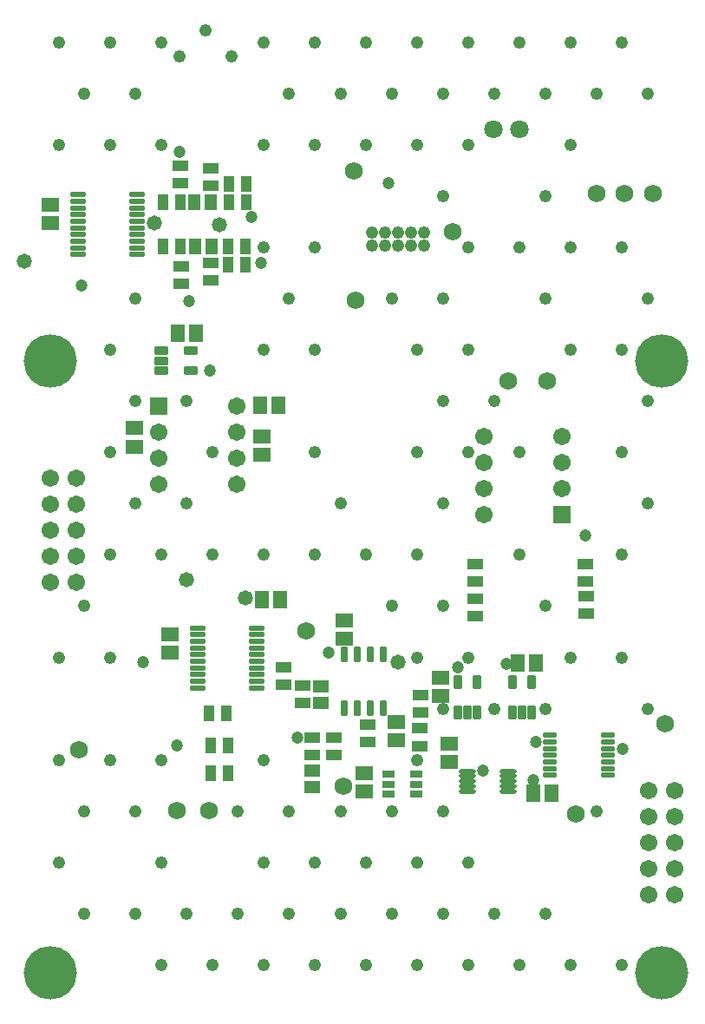
<source format=gbr>
G04 Layer_Color=8388736*
%FSLAX26Y26*%
%MOIN*%
%TF.FileFunction,Soldermask,Top*%
%TF.Part,Single*%
G01*
G75*
%TA.AperFunction,ComponentPad*%
%ADD41C,0.068000*%
%TA.AperFunction,SMDPad,CuDef*%
%ADD53R,0.065087X0.053276*%
%ADD54R,0.053276X0.065087*%
G04:AMPARAMS|DCode=55|XSize=29.654mil|YSize=57.213mil|CornerRadius=5.949mil|HoleSize=0mil|Usage=FLASHONLY|Rotation=180.000|XOffset=0mil|YOffset=0mil|HoleType=Round|Shape=RoundedRectangle|*
%AMROUNDEDRECTD55*
21,1,0.029654,0.045315,0,0,180.0*
21,1,0.017756,0.057213,0,0,180.0*
1,1,0.011898,-0.008878,0.022657*
1,1,0.011898,0.008878,0.022657*
1,1,0.011898,0.008878,-0.022657*
1,1,0.011898,-0.008878,-0.022657*
%
%ADD55ROUNDEDRECTD55*%
%ADD56R,0.059181X0.041465*%
%ADD57O,0.063118X0.021779*%
%ADD58R,0.047370X0.031622*%
%ADD59R,0.045402X0.061150*%
G04:AMPARAMS|DCode=60|XSize=33.591mil|YSize=55.244mil|CornerRadius=5.919mil|HoleSize=0mil|Usage=FLASHONLY|Rotation=180.000|XOffset=0mil|YOffset=0mil|HoleType=Round|Shape=RoundedRectangle|*
%AMROUNDEDRECTD60*
21,1,0.033591,0.043406,0,0,180.0*
21,1,0.021752,0.055244,0,0,180.0*
1,1,0.011839,-0.010876,0.021703*
1,1,0.011839,0.010876,0.021703*
1,1,0.011839,0.010876,-0.021703*
1,1,0.011839,-0.010876,-0.021703*
%
%ADD60ROUNDEDRECTD60*%
%ADD61O,0.057213X0.021779*%
%ADD62O,0.065087X0.017843*%
G04:AMPARAMS|DCode=63|XSize=33.591mil|YSize=55.244mil|CornerRadius=5.919mil|HoleSize=0mil|Usage=FLASHONLY|Rotation=90.000|XOffset=0mil|YOffset=0mil|HoleType=Round|Shape=RoundedRectangle|*
%AMROUNDEDRECTD63*
21,1,0.033591,0.043406,0,0,90.0*
21,1,0.021752,0.055244,0,0,90.0*
1,1,0.011839,0.021703,0.010876*
1,1,0.011839,0.021703,-0.010876*
1,1,0.011839,-0.021703,-0.010876*
1,1,0.011839,-0.021703,0.010876*
%
%ADD63ROUNDEDRECTD63*%
%ADD64R,0.041465X0.059181*%
%ADD65R,0.061150X0.045402*%
%TA.AperFunction,ComponentPad*%
%ADD66C,0.067055*%
%ADD67C,0.070992*%
%ADD68C,0.048000*%
%ADD69R,0.067055X0.067055*%
%TA.AperFunction,ViaPad*%
%ADD70C,0.204850*%
%ADD71C,0.058000*%
%ADD72C,0.047370*%
%ADD73C,0.048000*%
D41*
X2170000Y760000D02*
D03*
X634913Y774110D02*
D03*
X2058338Y2423260D02*
D03*
X1908732D02*
D03*
X1315110Y3231110D02*
D03*
X1323110Y2735110D02*
D03*
X2466110Y3145110D02*
D03*
X2355110Y3145110D02*
D03*
X2250110Y3143810D02*
D03*
X1694110Y2997110D02*
D03*
X1132110Y1463110D02*
D03*
X760110Y774110D02*
D03*
X257759Y1005858D02*
D03*
X1275110Y868110D02*
D03*
X2511110Y1107110D02*
D03*
D53*
X1647386Y1213134D02*
D03*
Y1284000D02*
D03*
X1682110Y960472D02*
D03*
Y1031339D02*
D03*
X1355110Y847677D02*
D03*
Y918543D02*
D03*
X473110Y2242543D02*
D03*
Y2171677D02*
D03*
X963110Y2210543D02*
D03*
Y2139677D02*
D03*
X147110Y3030472D02*
D03*
Y3101338D02*
D03*
X1480000Y1115433D02*
D03*
Y1044567D02*
D03*
X1280000Y1434567D02*
D03*
Y1505433D02*
D03*
X610110Y1379678D02*
D03*
Y1450544D02*
D03*
D54*
X2004567Y840000D02*
D03*
X2075433D02*
D03*
X2015795Y1340110D02*
D03*
X1944929D02*
D03*
X638677Y2606110D02*
D03*
X709543D02*
D03*
X961677Y1585110D02*
D03*
X1032543D02*
D03*
X1026543Y2331110D02*
D03*
X955677D02*
D03*
D55*
X1430386Y1373913D02*
D03*
X1380386D02*
D03*
X1330386D02*
D03*
X1280386D02*
D03*
X1430386Y1167220D02*
D03*
X1380386D02*
D03*
X1330386D02*
D03*
X1280386D02*
D03*
D56*
X1571110Y1216575D02*
D03*
Y1149646D02*
D03*
X1783110Y1519646D02*
D03*
Y1586575D02*
D03*
X2208110Y1531646D02*
D03*
Y1598575D02*
D03*
X2205110Y1653646D02*
D03*
Y1720575D02*
D03*
X1783110Y1653646D02*
D03*
Y1720575D02*
D03*
X1570362Y1089109D02*
D03*
Y1022180D02*
D03*
X648110Y3182646D02*
D03*
Y3249575D02*
D03*
X651110Y2798646D02*
D03*
Y2865575D02*
D03*
X764110Y2877575D02*
D03*
Y2810646D02*
D03*
X766110Y3174646D02*
D03*
Y3241575D02*
D03*
X1120000Y1253465D02*
D03*
Y1186535D02*
D03*
X1155110Y1054575D02*
D03*
Y987646D02*
D03*
X1043854Y1324939D02*
D03*
Y1258010D02*
D03*
X1237110Y1054575D02*
D03*
Y987646D02*
D03*
X1370000Y1103465D02*
D03*
Y1036535D02*
D03*
D57*
X716922Y1475268D02*
D03*
Y1449678D02*
D03*
Y1424086D02*
D03*
Y1398496D02*
D03*
Y1372906D02*
D03*
Y1347314D02*
D03*
Y1321724D02*
D03*
Y1296134D02*
D03*
Y1270544D02*
D03*
Y1244952D02*
D03*
X943300Y1475268D02*
D03*
Y1449678D02*
D03*
Y1424086D02*
D03*
Y1398496D02*
D03*
Y1372906D02*
D03*
Y1347314D02*
D03*
Y1321724D02*
D03*
Y1296134D02*
D03*
Y1270544D02*
D03*
Y1244952D02*
D03*
X255944Y3139724D02*
D03*
Y3114134D02*
D03*
Y3088544D02*
D03*
Y3062952D02*
D03*
Y3037362D02*
D03*
Y3011772D02*
D03*
Y2986182D02*
D03*
Y2960590D02*
D03*
Y2935000D02*
D03*
Y2909410D02*
D03*
X482322Y3139724D02*
D03*
Y3114134D02*
D03*
Y3088544D02*
D03*
Y3062952D02*
D03*
Y3037362D02*
D03*
Y3011772D02*
D03*
Y2986182D02*
D03*
Y2960590D02*
D03*
Y2935000D02*
D03*
Y2909410D02*
D03*
D58*
X1447574Y912796D02*
D03*
Y875394D02*
D03*
Y837992D02*
D03*
X1555842D02*
D03*
Y875394D02*
D03*
Y912796D02*
D03*
D59*
X703614Y3110111D02*
D03*
X766606D02*
D03*
X704614Y2941111D02*
D03*
X767606D02*
D03*
D60*
X1924386Y1149932D02*
D03*
X1961788D02*
D03*
X1999188D02*
D03*
Y1266074D02*
D03*
X1924386D02*
D03*
X1714216Y1151496D02*
D03*
X1751618D02*
D03*
X1789018D02*
D03*
Y1267638D02*
D03*
X1714216D02*
D03*
D61*
X2069622Y1063386D02*
D03*
Y1037796D02*
D03*
Y1012204D02*
D03*
Y986614D02*
D03*
Y961024D02*
D03*
Y935434D02*
D03*
Y909842D02*
D03*
X2292062Y1063386D02*
D03*
Y1037796D02*
D03*
Y1012204D02*
D03*
Y986614D02*
D03*
Y961024D02*
D03*
Y935434D02*
D03*
Y909842D02*
D03*
D62*
X1910292Y846772D02*
D03*
Y866456D02*
D03*
Y886142D02*
D03*
Y905826D02*
D03*
Y925512D02*
D03*
X1750842Y846772D02*
D03*
Y866456D02*
D03*
Y886142D02*
D03*
Y905826D02*
D03*
Y925512D02*
D03*
D63*
X574040Y2539512D02*
D03*
Y2502110D02*
D03*
Y2464708D02*
D03*
X690182D02*
D03*
Y2539512D02*
D03*
D64*
X835646Y3110110D02*
D03*
X902575D02*
D03*
X834646Y3181110D02*
D03*
X901575D02*
D03*
X832646Y2871110D02*
D03*
X899575D02*
D03*
X647575Y2941095D02*
D03*
X580646D02*
D03*
X832646D02*
D03*
X899575D02*
D03*
X581646Y3110110D02*
D03*
X648575D02*
D03*
X826575Y1148110D02*
D03*
X759646D02*
D03*
X833575Y917110D02*
D03*
X766646D02*
D03*
X833575Y1024110D02*
D03*
X766646D02*
D03*
D65*
X1190000Y1188504D02*
D03*
Y1251496D02*
D03*
X1156110Y927606D02*
D03*
Y864614D02*
D03*
D66*
X150110Y2050110D02*
D03*
Y1950110D02*
D03*
Y1850110D02*
D03*
Y1750110D02*
D03*
Y1650110D02*
D03*
X250110Y2050110D02*
D03*
Y1950110D02*
D03*
Y1850110D02*
D03*
Y1750110D02*
D03*
Y1650110D02*
D03*
X1814134Y2209568D02*
D03*
Y2109568D02*
D03*
Y2009568D02*
D03*
Y1909568D02*
D03*
X2114134Y2209568D02*
D03*
Y2109568D02*
D03*
Y2009568D02*
D03*
X2450110Y850110D02*
D03*
Y750110D02*
D03*
Y650110D02*
D03*
Y550110D02*
D03*
Y450110D02*
D03*
X2550110Y850110D02*
D03*
Y750110D02*
D03*
Y650110D02*
D03*
Y550110D02*
D03*
Y450110D02*
D03*
X866110Y2027110D02*
D03*
Y2127110D02*
D03*
Y2227110D02*
D03*
Y2327110D02*
D03*
X566110Y2027110D02*
D03*
Y2127110D02*
D03*
Y2227110D02*
D03*
D67*
X1952110Y3390110D02*
D03*
X1852110D02*
D03*
D68*
X644110Y3669110D02*
D03*
X844110D02*
D03*
X744110Y3769110D02*
D03*
X1585110Y2995112D02*
D03*
Y2945112D02*
D03*
X1535110Y2995112D02*
D03*
Y2945112D02*
D03*
X1485110Y2995112D02*
D03*
Y2945112D02*
D03*
X1435110Y2995112D02*
D03*
Y2945112D02*
D03*
X1385110Y2995112D02*
D03*
Y2945112D02*
D03*
D69*
X2114134Y1909568D02*
D03*
X566110Y2327110D02*
D03*
D70*
X150110Y150110D02*
D03*
X2500110D02*
D03*
X150110Y2500110D02*
D03*
X2500110D02*
D03*
D71*
X550000Y3030000D02*
D03*
X1485110Y1345110D02*
D03*
X900000Y1591492D02*
D03*
X672000Y1662000D02*
D03*
X49000Y2883000D02*
D03*
X797110Y3023110D02*
D03*
D72*
X2005362Y890110D02*
D03*
X960000Y2876220D02*
D03*
X1220000Y1380000D02*
D03*
X1903009Y1337474D02*
D03*
X1813252Y926110D02*
D03*
X2350110Y1010110D02*
D03*
X270110Y2790110D02*
D03*
X2205110Y1830110D02*
D03*
X2015488Y1038780D02*
D03*
X1713800Y1325110D02*
D03*
X645110Y3305110D02*
D03*
X921110Y3055110D02*
D03*
X682110Y2732110D02*
D03*
X1447616Y3185110D02*
D03*
X762110Y2463110D02*
D03*
X1099110Y1053110D02*
D03*
X505110Y1344110D02*
D03*
X634922Y1024110D02*
D03*
D73*
X279528Y377953D02*
D03*
X181102Y574803D02*
D03*
X279528Y771654D02*
D03*
X181102Y968504D02*
D03*
Y1362205D02*
D03*
X279528Y1559055D02*
D03*
X181102Y3330709D02*
D03*
X279528Y3527559D02*
D03*
X181102Y3724410D02*
D03*
X476378Y377953D02*
D03*
Y771654D02*
D03*
X377953Y968504D02*
D03*
Y1362205D02*
D03*
Y1755906D02*
D03*
X476378Y1952756D02*
D03*
X377953Y2149606D02*
D03*
X476378Y2346457D02*
D03*
X377953Y2543307D02*
D03*
X476378Y2740158D02*
D03*
X377953Y3330709D02*
D03*
X476378Y3527559D02*
D03*
X377953Y3724410D02*
D03*
X574803Y181102D02*
D03*
X673228Y377953D02*
D03*
X574803Y574803D02*
D03*
Y968504D02*
D03*
Y1755906D02*
D03*
X673228Y1952756D02*
D03*
Y2346457D02*
D03*
X574803Y3330709D02*
D03*
Y3724410D02*
D03*
X771654Y181102D02*
D03*
X870079Y377953D02*
D03*
Y771654D02*
D03*
X771654Y1755906D02*
D03*
Y2149606D02*
D03*
X968504Y181102D02*
D03*
X1066929Y377953D02*
D03*
X968504Y574803D02*
D03*
X1066929Y771654D02*
D03*
X968504Y968504D02*
D03*
Y1755906D02*
D03*
Y2543307D02*
D03*
X1066929Y2740158D02*
D03*
X968504Y2937008D02*
D03*
Y3330709D02*
D03*
X1066929Y3527559D02*
D03*
X968504Y3724410D02*
D03*
X1165354Y181102D02*
D03*
X1263780Y377953D02*
D03*
X1165354Y574803D02*
D03*
X1263780Y771654D02*
D03*
X1165354Y1755906D02*
D03*
X1263780Y1952756D02*
D03*
X1165354Y2149606D02*
D03*
Y2543307D02*
D03*
Y2937008D02*
D03*
Y3330709D02*
D03*
X1263780Y3527559D02*
D03*
X1165354Y3724410D02*
D03*
X1362205Y181102D02*
D03*
X1460630Y377953D02*
D03*
X1362205Y574803D02*
D03*
X1460630Y771654D02*
D03*
Y1559055D02*
D03*
X1362205Y1755906D02*
D03*
X1460630Y2740158D02*
D03*
X1362205Y3330709D02*
D03*
X1460630Y3527559D02*
D03*
X1362205Y3724410D02*
D03*
X1559055Y181102D02*
D03*
X1657480Y377953D02*
D03*
X1559055Y574803D02*
D03*
X1657480Y771654D02*
D03*
X1559055Y968504D02*
D03*
X1657480Y1165354D02*
D03*
X1559055Y1362205D02*
D03*
X1657480Y1559055D02*
D03*
X1559055Y1755906D02*
D03*
X1657480Y1952756D02*
D03*
X1559055Y2149606D02*
D03*
X1657480Y2346457D02*
D03*
X1559055Y2543307D02*
D03*
X1657480Y2740158D02*
D03*
Y3133858D02*
D03*
X1559055Y3330709D02*
D03*
X1657480Y3527559D02*
D03*
X1559055Y3724410D02*
D03*
X1755906Y181102D02*
D03*
X1854331Y377953D02*
D03*
X1755906Y574803D02*
D03*
X1854331Y1165354D02*
D03*
X1755906Y1362205D02*
D03*
Y2149606D02*
D03*
X1854331Y2346457D02*
D03*
X1755906Y2543307D02*
D03*
Y2937008D02*
D03*
Y3330709D02*
D03*
X1854331Y3527559D02*
D03*
X1755906Y3724410D02*
D03*
X1952756Y181102D02*
D03*
X2051181Y377953D02*
D03*
Y1165354D02*
D03*
Y1559055D02*
D03*
X1952756Y1755906D02*
D03*
Y2149606D02*
D03*
X2051181Y2740158D02*
D03*
X1952756Y2937008D02*
D03*
X2051181Y3133858D02*
D03*
Y3527559D02*
D03*
X1952756Y3724410D02*
D03*
X2149606Y181102D02*
D03*
X2248032Y771654D02*
D03*
X2149606Y1362205D02*
D03*
Y2543307D02*
D03*
Y2937008D02*
D03*
Y3330709D02*
D03*
X2248032Y3527559D02*
D03*
X2149606Y3724410D02*
D03*
X2346457Y181102D02*
D03*
X2444882Y1165354D02*
D03*
X2346457Y1362205D02*
D03*
Y1755906D02*
D03*
X2444882Y1952756D02*
D03*
X2346457Y2149606D02*
D03*
X2444882Y2346457D02*
D03*
X2346457Y2543307D02*
D03*
X2444882Y2740158D02*
D03*
X2346457Y2937008D02*
D03*
X2444882Y3527559D02*
D03*
X2346457Y3724410D02*
D03*
%TF.MD5,c7d003d9d93bb383b18319c82bcf50f2*%
M02*

</source>
